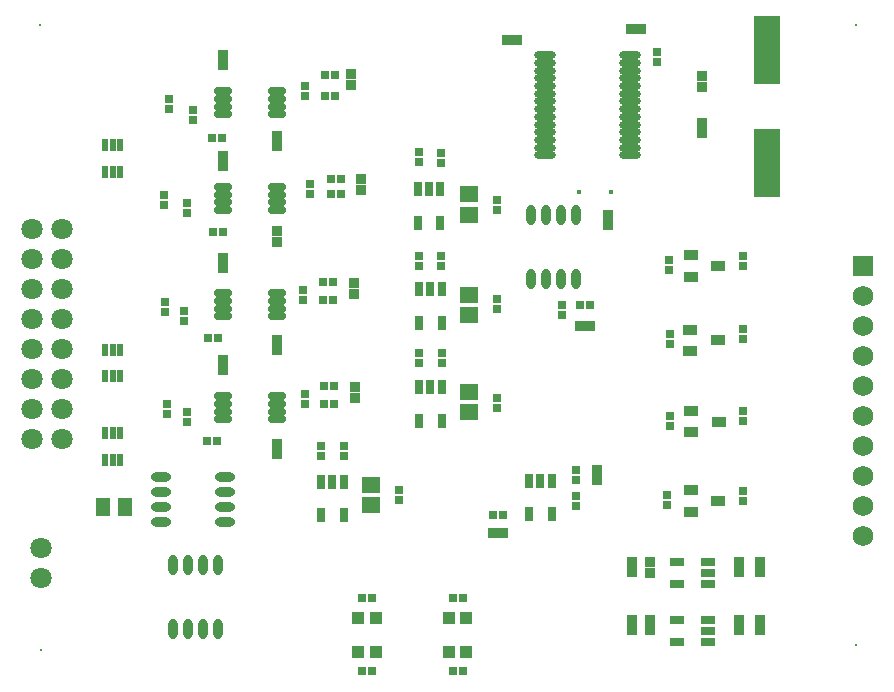
<source format=gts>
G04 Layer_Color=8388736*
%FSLAX25Y25*%
%MOIN*%
G70*
G01*
G75*
%ADD40C,0.01587*%
%ADD41R,0.03162X0.02965*%
%ADD42R,0.03950X0.03950*%
%ADD43R,0.02375X0.04147*%
%ADD44O,0.06706X0.03162*%
%ADD45R,0.05131X0.03162*%
%ADD46R,0.04540X0.06312*%
%ADD47O,0.03162X0.06706*%
%ADD48R,0.04540X0.03359*%
%ADD49O,0.07296X0.02768*%
%ADD50O,0.06115X0.02768*%
%ADD51R,0.02965X0.03162*%
%ADD52R,0.03241X0.03398*%
%ADD53R,0.09068X0.22847*%
%ADD54R,0.03398X0.03241*%
%ADD55R,0.03162X0.04934*%
%ADD56R,0.06312X0.05524*%
%ADD57C,0.07099*%
%ADD58R,0.06800X0.06800*%
%ADD59C,0.06800*%
%ADD60R,0.00800X0.00800*%
D40*
X275996Y265354D02*
D03*
X286496D02*
D03*
D41*
X237106Y105512D02*
D03*
X233760D02*
D03*
X237106Y129921D02*
D03*
X233760D02*
D03*
X206791Y105512D02*
D03*
X203445D02*
D03*
X206791Y129921D02*
D03*
X203445D02*
D03*
X155217Y182283D02*
D03*
X151870D02*
D03*
X155610Y216535D02*
D03*
X152264D02*
D03*
X157185Y251969D02*
D03*
X153839D02*
D03*
X156791Y283071D02*
D03*
X153445D02*
D03*
X194587Y304331D02*
D03*
X191240D02*
D03*
X276279Y227559D02*
D03*
X279626D02*
D03*
X250492Y157480D02*
D03*
X247146D02*
D03*
X194193Y200394D02*
D03*
X190847D02*
D03*
Y194488D02*
D03*
X194193D02*
D03*
X193799Y235039D02*
D03*
X190453D02*
D03*
Y229134D02*
D03*
X193799D02*
D03*
X196555Y269685D02*
D03*
X193209D02*
D03*
Y264567D02*
D03*
X196555D02*
D03*
X191240Y297244D02*
D03*
X194587D02*
D03*
D42*
X232480Y111811D02*
D03*
X238386D02*
D03*
X232480Y123228D02*
D03*
X238386D02*
D03*
X202165D02*
D03*
X208071D02*
D03*
X202165Y111811D02*
D03*
X208071D02*
D03*
D43*
X123031Y280807D02*
D03*
X120472D02*
D03*
X117913D02*
D03*
Y271949D02*
D03*
X120472D02*
D03*
X123031D02*
D03*
Y212697D02*
D03*
X120472D02*
D03*
X117913D02*
D03*
Y203839D02*
D03*
X120472D02*
D03*
X123031D02*
D03*
Y184744D02*
D03*
X120472D02*
D03*
X117913D02*
D03*
Y175886D02*
D03*
X120472D02*
D03*
X123031D02*
D03*
D44*
X136614Y170098D02*
D03*
Y165098D02*
D03*
Y160098D02*
D03*
Y155098D02*
D03*
X157874Y170098D02*
D03*
Y165098D02*
D03*
Y160098D02*
D03*
Y155098D02*
D03*
D45*
X318898Y115157D02*
D03*
Y118898D02*
D03*
Y122638D02*
D03*
X308661D02*
D03*
Y115157D02*
D03*
X318898Y134449D02*
D03*
Y138189D02*
D03*
Y141929D02*
D03*
X308661D02*
D03*
Y134449D02*
D03*
D46*
X117224Y160098D02*
D03*
X124508D02*
D03*
D47*
X140532Y119685D02*
D03*
X145531D02*
D03*
X150531D02*
D03*
X155532D02*
D03*
X140532Y140945D02*
D03*
X145531D02*
D03*
X150531D02*
D03*
X155532D02*
D03*
X274823Y257480D02*
D03*
X269823D02*
D03*
X264823D02*
D03*
X259823D02*
D03*
X274823Y236221D02*
D03*
X269823D02*
D03*
X264823D02*
D03*
X259823D02*
D03*
D48*
X322342Y240551D02*
D03*
X313090Y237008D02*
D03*
Y244094D02*
D03*
X322244Y215748D02*
D03*
X312992Y212205D02*
D03*
Y219291D02*
D03*
X322441Y188583D02*
D03*
X313189Y185039D02*
D03*
Y192126D02*
D03*
X322342Y162205D02*
D03*
X313091Y158661D02*
D03*
Y165748D02*
D03*
D49*
X293012Y277461D02*
D03*
Y280020D02*
D03*
Y282579D02*
D03*
Y285138D02*
D03*
Y287697D02*
D03*
Y290256D02*
D03*
Y292815D02*
D03*
Y295374D02*
D03*
Y297933D02*
D03*
Y300492D02*
D03*
Y303051D02*
D03*
Y305610D02*
D03*
Y308169D02*
D03*
Y310728D02*
D03*
X264469Y277461D02*
D03*
Y280020D02*
D03*
Y282579D02*
D03*
Y285138D02*
D03*
Y287697D02*
D03*
Y290256D02*
D03*
Y292815D02*
D03*
Y295374D02*
D03*
Y297933D02*
D03*
Y300492D02*
D03*
Y303051D02*
D03*
Y305610D02*
D03*
Y308169D02*
D03*
Y310728D02*
D03*
D50*
X157185Y231398D02*
D03*
Y228839D02*
D03*
Y226279D02*
D03*
Y223721D02*
D03*
X175098Y231398D02*
D03*
Y228839D02*
D03*
Y226279D02*
D03*
Y223721D02*
D03*
X157185Y197146D02*
D03*
Y194587D02*
D03*
Y192027D02*
D03*
Y189469D02*
D03*
X175098Y197146D02*
D03*
Y194587D02*
D03*
Y192027D02*
D03*
Y189469D02*
D03*
X157185Y298721D02*
D03*
Y296161D02*
D03*
Y293602D02*
D03*
Y291043D02*
D03*
X175098Y298721D02*
D03*
Y296161D02*
D03*
Y293602D02*
D03*
Y291043D02*
D03*
X157185Y266831D02*
D03*
Y264272D02*
D03*
Y261713D02*
D03*
Y259154D02*
D03*
X175098Y266831D02*
D03*
Y264272D02*
D03*
Y261713D02*
D03*
Y259154D02*
D03*
D51*
X330709Y243799D02*
D03*
Y240453D02*
D03*
X305906Y242618D02*
D03*
Y239272D02*
D03*
X330709Y219390D02*
D03*
Y216043D02*
D03*
X306299Y217815D02*
D03*
Y214469D02*
D03*
X330709Y192224D02*
D03*
Y188878D02*
D03*
X306299Y190650D02*
D03*
Y187303D02*
D03*
X330709Y165453D02*
D03*
Y162106D02*
D03*
X305118Y164272D02*
D03*
Y160925D02*
D03*
X301969Y311909D02*
D03*
Y308563D02*
D03*
X270079Y224311D02*
D03*
Y227658D02*
D03*
X274803Y169291D02*
D03*
Y172638D02*
D03*
Y160531D02*
D03*
Y163878D02*
D03*
X189764Y180413D02*
D03*
Y177067D02*
D03*
X197638Y180413D02*
D03*
Y177067D02*
D03*
X215748Y165847D02*
D03*
Y162500D02*
D03*
X230315Y211516D02*
D03*
Y208169D02*
D03*
X222441Y211516D02*
D03*
Y208169D02*
D03*
X248425Y196555D02*
D03*
Y193209D02*
D03*
X222441Y243799D02*
D03*
Y240453D02*
D03*
X229921Y243799D02*
D03*
Y240453D02*
D03*
X248425Y229626D02*
D03*
Y226279D02*
D03*
X229921Y278346D02*
D03*
Y275000D02*
D03*
X222441Y278445D02*
D03*
Y275098D02*
D03*
X248425Y262697D02*
D03*
Y259350D02*
D03*
X184646Y197736D02*
D03*
Y194390D02*
D03*
X145276Y191831D02*
D03*
Y188484D02*
D03*
X138583Y194587D02*
D03*
Y191240D02*
D03*
X183858Y232382D02*
D03*
Y229035D02*
D03*
X137795Y228445D02*
D03*
Y225098D02*
D03*
X144095Y225689D02*
D03*
Y222342D02*
D03*
X186221Y267815D02*
D03*
Y264469D02*
D03*
X145276Y261516D02*
D03*
Y258169D02*
D03*
X137402Y264272D02*
D03*
Y260925D02*
D03*
X184646Y300492D02*
D03*
Y297146D02*
D03*
X147244Y292618D02*
D03*
Y289272D02*
D03*
X139370Y296161D02*
D03*
Y292815D02*
D03*
D52*
X293701Y122598D02*
D03*
Y119134D02*
D03*
X299606Y122598D02*
D03*
Y119134D02*
D03*
X336221Y122598D02*
D03*
Y119134D02*
D03*
X329134Y122598D02*
D03*
Y119134D02*
D03*
X293701Y141890D02*
D03*
Y138425D02*
D03*
X299606Y141732D02*
D03*
Y138268D02*
D03*
X336221Y141890D02*
D03*
Y138425D02*
D03*
X329134Y141890D02*
D03*
Y138425D02*
D03*
X316929Y284882D02*
D03*
Y288347D02*
D03*
Y303701D02*
D03*
Y300236D02*
D03*
X281890Y169134D02*
D03*
Y172598D02*
D03*
X285433Y257638D02*
D03*
Y254173D02*
D03*
X201181Y200157D02*
D03*
Y196693D02*
D03*
X175197Y181260D02*
D03*
Y177795D02*
D03*
X157087Y205748D02*
D03*
Y209213D02*
D03*
X200787Y234803D02*
D03*
Y231339D02*
D03*
X157087Y239843D02*
D03*
Y243307D02*
D03*
X175197Y215905D02*
D03*
Y212441D02*
D03*
X203150Y269449D02*
D03*
Y265984D02*
D03*
X157087Y273858D02*
D03*
Y277323D02*
D03*
X175197Y252126D02*
D03*
Y248661D02*
D03*
X200000Y304488D02*
D03*
Y301024D02*
D03*
X157087Y307480D02*
D03*
Y310945D02*
D03*
X175197Y284016D02*
D03*
Y280551D02*
D03*
D53*
X338583Y312402D02*
D03*
Y275000D02*
D03*
D54*
X255276Y315748D02*
D03*
X251811D02*
D03*
X276220Y220472D02*
D03*
X279685D02*
D03*
X247087Y151575D02*
D03*
X250551D02*
D03*
X293150Y319685D02*
D03*
X296614D02*
D03*
D55*
X266732Y157776D02*
D03*
X259252D02*
D03*
Y168996D02*
D03*
X262992D02*
D03*
X266732D02*
D03*
X197441Y157382D02*
D03*
X189961D02*
D03*
Y168602D02*
D03*
X193701D02*
D03*
X197441D02*
D03*
X230118Y188878D02*
D03*
X222638D02*
D03*
Y200098D02*
D03*
X226378D02*
D03*
X230118D02*
D03*
Y221555D02*
D03*
X222638D02*
D03*
Y232776D02*
D03*
X226378D02*
D03*
X230118D02*
D03*
X229724Y255020D02*
D03*
X222244D02*
D03*
Y266240D02*
D03*
X225984D02*
D03*
X229724D02*
D03*
D56*
X206693Y160827D02*
D03*
Y167520D02*
D03*
X239370Y191732D02*
D03*
Y198425D02*
D03*
Y224213D02*
D03*
Y230906D02*
D03*
Y257677D02*
D03*
Y264370D02*
D03*
D57*
X96457Y146614D02*
D03*
Y136614D02*
D03*
X93543Y182992D02*
D03*
Y192992D02*
D03*
Y202992D02*
D03*
Y212992D02*
D03*
Y222992D02*
D03*
Y232992D02*
D03*
Y242992D02*
D03*
Y252992D02*
D03*
X103543Y192992D02*
D03*
Y202992D02*
D03*
Y212992D02*
D03*
Y222992D02*
D03*
Y232992D02*
D03*
Y242992D02*
D03*
Y182992D02*
D03*
Y252992D02*
D03*
D58*
X370472Y240394D02*
D03*
D59*
Y230394D02*
D03*
Y220394D02*
D03*
Y210394D02*
D03*
Y200394D02*
D03*
Y190394D02*
D03*
Y180394D02*
D03*
Y170394D02*
D03*
Y160394D02*
D03*
Y150394D02*
D03*
D60*
X368110Y114173D02*
D03*
Y320866D02*
D03*
X96457Y112598D02*
D03*
X96063Y320866D02*
D03*
M02*

</source>
